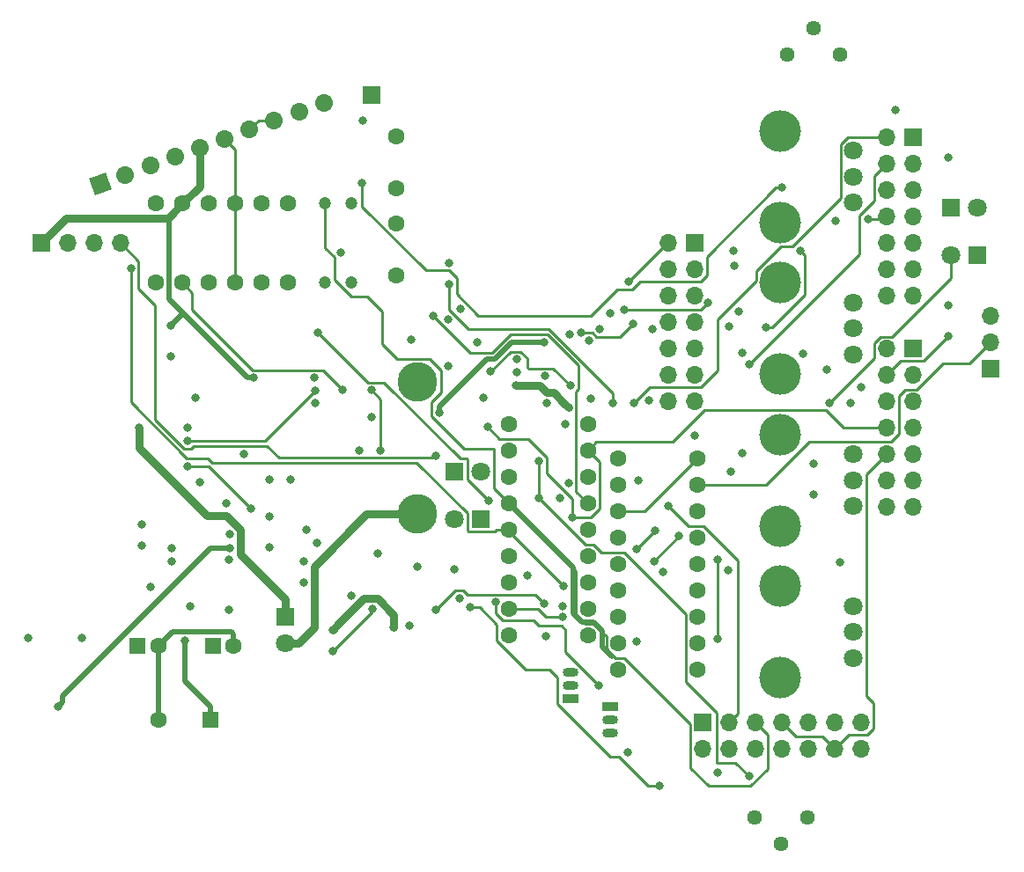
<source format=gbr>
G04 #@! TF.GenerationSoftware,KiCad,Pcbnew,(5.0.0)*
G04 #@! TF.CreationDate,2018-10-02T15:30:55-05:00*
G04 #@! TF.ProjectId,FinalDistCircuit,46696E616C4469737443697263756974,rev?*
G04 #@! TF.SameCoordinates,Original*
G04 #@! TF.FileFunction,Copper,L2,Inr,Signal*
G04 #@! TF.FilePolarity,Positive*
%FSLAX46Y46*%
G04 Gerber Fmt 4.6, Leading zero omitted, Abs format (unit mm)*
G04 Created by KiCad (PCBNEW (5.0.0)) date 10/02/18 15:30:55*
%MOMM*%
%LPD*%
G01*
G04 APERTURE LIST*
G04 #@! TA.AperFunction,WasherPad*
%ADD10C,4.000000*%
G04 #@! TD*
G04 #@! TA.AperFunction,ViaPad*
%ADD11C,1.800000*%
G04 #@! TD*
G04 #@! TA.AperFunction,ViaPad*
%ADD12R,1.600000X1.600000*%
G04 #@! TD*
G04 #@! TA.AperFunction,ViaPad*
%ADD13C,1.600000*%
G04 #@! TD*
G04 #@! TA.AperFunction,ViaPad*
%ADD14C,3.810000*%
G04 #@! TD*
G04 #@! TA.AperFunction,ViaPad*
%ADD15O,1.700000X1.700000*%
G04 #@! TD*
G04 #@! TA.AperFunction,ViaPad*
%ADD16R,1.700000X1.700000*%
G04 #@! TD*
G04 #@! TA.AperFunction,ViaPad*
%ADD17C,1.700000*%
G04 #@! TD*
G04 #@! TA.AperFunction,Conductor*
%ADD18C,1.700000*%
G04 #@! TD*
G04 #@! TA.AperFunction,Conductor*
%ADD19C,0.100000*%
G04 #@! TD*
G04 #@! TA.AperFunction,ViaPad*
%ADD20C,1.440000*%
G04 #@! TD*
G04 #@! TA.AperFunction,ViaPad*
%ADD21R,1.800000X1.800000*%
G04 #@! TD*
G04 #@! TA.AperFunction,ViaPad*
%ADD22O,1.500000X0.900000*%
G04 #@! TD*
G04 #@! TA.AperFunction,ViaPad*
%ADD23R,1.500000X0.900000*%
G04 #@! TD*
G04 #@! TA.AperFunction,ViaPad*
%ADD24C,1.200000*%
G04 #@! TD*
G04 #@! TA.AperFunction,ViaPad*
%ADD25C,0.800000*%
G04 #@! TD*
G04 #@! TA.AperFunction,Conductor*
%ADD26C,0.250000*%
G04 #@! TD*
G04 #@! TA.AperFunction,Conductor*
%ADD27C,0.500000*%
G04 #@! TD*
G04 #@! TA.AperFunction,Conductor*
%ADD28C,0.750000*%
G04 #@! TD*
G04 APERTURE END LIST*
D10*
G04 #@! TO.N,*
G04 #@! TO.C,BASS*
X118730000Y-161930000D03*
X118730000Y-170730000D03*
D11*
G04 #@! TO.N,BRGRN2*
X125730000Y-163830000D03*
X125730000Y-166330000D03*
G04 #@! TO.N,Net-(BASS1-Pad3)*
X125730000Y-168830000D03*
G04 #@! TD*
D12*
G04 #@! TO.N,Net-(C10-Pad1)*
G04 #@! TO.C,C10*
X63881000Y-174752000D03*
D13*
G04 #@! TO.N,BRGRN2*
X58881000Y-174752000D03*
G04 #@! TD*
D14*
G04 #@! TO.N,Net-(9V1-Pad1)*
G04 #@! TO.C,9V1*
X83819999Y-154940000D03*
G04 #@! TO.N,PWRGND*
X83820000Y-142239999D03*
G04 #@! TD*
D15*
G04 #@! TO.N,BRGRN2*
G04 #@! TO.C,Jack1*
X138938000Y-135890000D03*
G04 #@! TO.N,FinalOut*
X138938000Y-138430000D03*
D16*
G04 #@! TO.N,PWRGND*
X138938000Y-140970000D03*
G04 #@! TD*
D17*
G04 #@! TO.N,BRGRN2*
G04 #@! TO.C,PickupInputs1*
X74821373Y-115371420D03*
D18*
X74821373Y-115371420D02*
X74821373Y-115371420D01*
D17*
G04 #@! TO.N,NGRN*
X72434554Y-116240151D03*
D18*
X72434554Y-116240151D02*
X72434554Y-116240151D01*
D17*
G04 #@! TO.N,NBLACK*
X70047735Y-117108882D03*
D18*
X70047735Y-117108882D02*
X70047735Y-117108882D01*
D17*
X67660916Y-117977613D03*
D18*
X67660916Y-117977613D02*
X67660916Y-117977613D01*
D17*
G04 #@! TO.N,NGRN*
X65274096Y-118846344D03*
D18*
X65274096Y-118846344D02*
X65274096Y-118846344D01*
D17*
G04 #@! TO.N,BRGRN2*
X62887277Y-119715075D03*
D18*
X62887277Y-119715075D02*
X62887277Y-119715075D01*
D17*
G04 #@! TO.N,BRGRN*
X60500458Y-120583807D03*
D18*
X60500458Y-120583807D02*
X60500458Y-120583807D01*
D17*
G04 #@! TO.N,BRWHT*
X58113639Y-121452538D03*
D18*
X58113639Y-121452538D02*
X58113639Y-121452538D01*
D17*
G04 #@! TO.N,BRBLACK*
X55726819Y-122321269D03*
D18*
X55726819Y-122321269D02*
X55726819Y-122321269D01*
D17*
G04 #@! TO.N,BRRED*
X53340000Y-123190000D03*
D19*
G36*
X54429456Y-123698022D02*
X52831978Y-124279456D01*
X52250544Y-122681978D01*
X53848022Y-122100544D01*
X54429456Y-123698022D01*
X54429456Y-123698022D01*
G37*
G04 #@! TD*
D16*
G04 #@! TO.N,GAINPOTOUT*
G04 #@! TO.C,BridgeTonePot1*
X131445000Y-118745000D03*
D15*
X128905000Y-118745000D03*
G04 #@! TO.N,BRTONEGANG2IN*
X131445000Y-121285000D03*
G04 #@! TO.N,BRTONEGANG1OUT*
X128905000Y-121285000D03*
G04 #@! TO.N,BTONEIN*
X131445000Y-123825000D03*
G04 #@! TO.N,BRTONEGANG1IN*
X128905000Y-123825000D03*
G04 #@! TO.N,BRGRN2*
X131445000Y-126365000D03*
G04 #@! TO.N,BRBLACK*
X128905000Y-126365000D03*
G04 #@! TO.N,Net-(BridgeTonePot1-Pad12)*
X131445000Y-128905000D03*
G04 #@! TO.N,Net-(BridgeTonePot1-Pad10)*
X128905000Y-128905000D03*
G04 #@! TO.N,BRWHT*
X131445000Y-131445000D03*
G04 #@! TO.N,Net-(BridgeTonePot1-Pad12)*
X128905000Y-131445000D03*
G04 #@! TO.N,BRGRN2*
X131445000Y-133985000D03*
G04 #@! TO.N,Net-(BridgeTonePot1-Pad14)*
X128905000Y-133985000D03*
G04 #@! TD*
G04 #@! TO.N,Net-(NeckTonePot1-Pad14)*
G04 #@! TO.C,NeckTonePot1*
X128905000Y-154305000D03*
G04 #@! TO.N,BRGRN2*
X131445000Y-154305000D03*
G04 #@! TO.N,Net-(NeckTonePot1-Pad12)*
X128905000Y-151765000D03*
G04 #@! TO.N,NBLACK*
X131445000Y-151765000D03*
G04 #@! TO.N,Net-(BridgeVolPot1-Pad8)*
X128905000Y-149225000D03*
G04 #@! TO.N,Net-(BridgeTonePot1-Pad10)*
X131445000Y-149225000D03*
G04 #@! TO.N,BRRED2*
X128905000Y-146685000D03*
G04 #@! TO.N,Net-(NeckTonePot1-Pad7)*
X131445000Y-146685000D03*
G04 #@! TO.N,Net-(NeckTonePot1-Pad6)*
X128905000Y-144145000D03*
G04 #@! TO.N,NTONEIN*
X131445000Y-144145000D03*
G04 #@! TO.N,Net-(C27-Pad1)*
X128905000Y-141605000D03*
G04 #@! TO.N,PRESOUT*
X131445000Y-141605000D03*
X128905000Y-139065000D03*
D16*
G04 #@! TO.N,PRESIN*
X131445000Y-139065000D03*
G04 #@! TD*
D13*
G04 #@! TO.N,Net-(6pdt2-Pad18)*
G04 #@! TO.C,6pdt2*
X110744000Y-169926000D03*
G04 #@! TO.N,Net-(6pdt2-Pad17)*
X103124000Y-169926000D03*
G04 #@! TO.N,Net-(6pdt2-Pad16)*
X110744000Y-167386000D03*
G04 #@! TO.N,Net-(6pdt2-Pad15)*
X103124000Y-167386000D03*
G04 #@! TO.N,Net-(6pdt2-Pad14)*
X110744000Y-164846000D03*
G04 #@! TO.N,Net-(6pdt2-Pad13)*
X103124000Y-164846000D03*
G04 #@! TO.N,GAINSTAGEPOTIN*
X110744000Y-162306000D03*
G04 #@! TO.N,BRTONEGANG2IN*
X103124000Y-162306000D03*
G04 #@! TO.N,BRTONEGANG1IN*
X110744000Y-159766000D03*
G04 #@! TO.N,BRTONEGANG1OUT*
X103124000Y-159766000D03*
G04 #@! TO.N,Net-(6pdt2-Pad8)*
X110744000Y-157226000D03*
G04 #@! TO.N,BRTONECAPIN*
X103124000Y-157226000D03*
G04 #@! TO.N,ODout*
X110744000Y-154686000D03*
G04 #@! TO.N,OUT*
X103124000Y-154686000D03*
G04 #@! TO.N,FinalOut*
X110744000Y-152146000D03*
G04 #@! TO.N,ODin*
X103124000Y-152146000D03*
G04 #@! TO.N,OUT*
X110744000Y-149606000D03*
G04 #@! TO.N,BRGRN2*
X103124000Y-149606000D03*
G04 #@! TD*
D20*
G04 #@! TO.N,Net-(R13-Pad1)*
G04 #@! TO.C,TRANGAIN1*
X121285000Y-184150000D03*
G04 #@! TO.N,Net-(C8-Pad1)*
X118745000Y-186690000D03*
X116205000Y-184150000D03*
G04 #@! TD*
D15*
G04 #@! TO.N,BROUT*
G04 #@! TO.C,3WaySwitch1*
X55245000Y-128905000D03*
G04 #@! TO.N,OUT*
X52705000Y-128905000D03*
G04 #@! TO.N,NOUT*
X50165000Y-128905000D03*
D16*
G04 #@! TO.N,BRGRN2*
X47625000Y-128905000D03*
G04 #@! TD*
D13*
G04 #@! TO.N,BRRED*
G04 #@! TO.C,4pdt1*
X58674000Y-132715000D03*
G04 #@! TO.N,BRRED2*
X61214000Y-132715000D03*
G04 #@! TO.N,BRGRN*
X63754000Y-132715000D03*
G04 #@! TO.N,NGRN*
X66294000Y-132715000D03*
G04 #@! TO.N,NRED2*
X68834000Y-132715000D03*
G04 #@! TO.N,Net-(4pdt1-Pad6)*
X71374000Y-132715000D03*
X71374000Y-125095000D03*
G04 #@! TO.N,NGRN2*
X68834000Y-125095000D03*
G04 #@! TO.N,NGRN*
X66294000Y-125095000D03*
G04 #@! TO.N,BRRED*
X63754000Y-125095000D03*
G04 #@! TO.N,BRGRN2*
X61214000Y-125095000D03*
G04 #@! TO.N,BRGRN*
X58674000Y-125095000D03*
G04 #@! TD*
G04 #@! TO.N,BVOUTTRAD*
G04 #@! TO.C,6pdt1*
X92583000Y-146304000D03*
G04 #@! TO.N,BVINTRAD*
X100203000Y-146304000D03*
G04 #@! TO.N,BVOUT*
X92583000Y-148844000D03*
G04 #@! TO.N,BRRED2*
X100203000Y-148844000D03*
G04 #@! TO.N,Net-(6pdt1-Pad5)*
X92583000Y-151384000D03*
X100203000Y-151384000D03*
G04 #@! TO.N,NVOUTTRAD*
X92583000Y-153924000D03*
G04 #@! TO.N,NVINTRAD*
X100203000Y-153924000D03*
G04 #@! TO.N,NOUT*
X92583000Y-156464000D03*
G04 #@! TO.N,NTONE*
X100203000Y-156464000D03*
G04 #@! TO.N,Net-(6pdt1-Pad11)*
X92583000Y-159004000D03*
X100203000Y-159004000D03*
G04 #@! TO.N,BRRED2*
X92583000Y-161544000D03*
G04 #@! TO.N,NTONEIN*
X100203000Y-161544000D03*
G04 #@! TO.N,BTONEIN*
X92583000Y-164084000D03*
G04 #@! TO.N,NTONE*
X100203000Y-164084000D03*
G04 #@! TO.N,BRTONEGANG1OUT*
X92583000Y-166624000D03*
G04 #@! TO.N,Net-(6pdt1-Pad18)*
X100203000Y-166624000D03*
G04 #@! TD*
D15*
G04 #@! TO.N,Net-(BridgeVolPot1-Pad14)*
G04 #@! TO.C,BridgeVolPot1*
X107950000Y-144145000D03*
G04 #@! TO.N,BRGRN2*
X110490000Y-144145000D03*
G04 #@! TO.N,BVOUT*
X107950000Y-141605000D03*
G04 #@! TO.N,BROUT*
X110490000Y-141605000D03*
G04 #@! TO.N,NOUT*
X107950000Y-139065000D03*
G04 #@! TO.N,BRGRN2*
X110490000Y-139065000D03*
G04 #@! TO.N,Net-(BridgeVolPot1-Pad8)*
X107950000Y-136525000D03*
G04 #@! TO.N,BVOUT*
X110490000Y-136525000D03*
G04 #@! TO.N,BVINTRAD*
X107950000Y-133985000D03*
G04 #@! TO.N,BVOUTTRAD*
X110490000Y-133985000D03*
G04 #@! TO.N,BRGRN2*
X107950000Y-131445000D03*
G04 #@! TO.N,ODin*
X110490000Y-131445000D03*
G04 #@! TO.N,MASTEROUT*
X107950000Y-128905000D03*
D16*
G04 #@! TO.N,BRGRN2*
X110490000Y-128905000D03*
G04 #@! TD*
D13*
G04 #@! TO.N,Net-(C2-Pad1)*
G04 #@! TO.C,C2*
X81788000Y-118618000D03*
G04 #@! TO.N,BRGRN2*
X81788000Y-123618000D03*
G04 #@! TD*
G04 #@! TO.N,Net-(C6-Pad2)*
G04 #@! TO.C,C6*
X81788000Y-132000000D03*
G04 #@! TO.N,GAINSTAGEPOTIN*
X81788000Y-127000000D03*
G04 #@! TD*
D12*
G04 #@! TO.N,Net-(C14-Pad1)*
G04 #@! TO.C,C14*
X64135000Y-167640000D03*
D13*
G04 #@! TO.N,BRGRN2*
X66135000Y-167640000D03*
G04 #@! TD*
G04 #@! TO.N,BRGRN2*
G04 #@! TO.C,C19*
X58896000Y-167640000D03*
D12*
G04 #@! TO.N,Net-(C19-Pad1)*
X56896000Y-167640000D03*
G04 #@! TD*
D21*
G04 #@! TO.N,GAINPOTOUT*
G04 #@! TO.C,D1*
X87376000Y-150876000D03*
D11*
G04 #@! TO.N,GAINSTAGEPOTIN*
X89916000Y-150876000D03*
G04 #@! TD*
G04 #@! TO.N,GAINPOTOUT*
G04 #@! TO.C,D2*
X87376000Y-155448000D03*
D21*
G04 #@! TO.N,GAINSTAGEPOTIN*
X89916000Y-155448000D03*
G04 #@! TD*
G04 #@! TO.N,Net-(D3-Pad1)*
G04 #@! TO.C,D3*
X71120000Y-164846000D03*
D11*
G04 #@! TO.N,Net-(9V1-Pad1)*
X71120000Y-167386000D03*
G04 #@! TD*
D21*
G04 #@! TO.N,Net-(C13-Pad1)*
G04 #@! TO.C,D4*
X135128000Y-125476000D03*
D11*
G04 #@! TO.N,Vref2*
X137668000Y-125476000D03*
G04 #@! TD*
G04 #@! TO.N,Net-(C13-Pad1)*
G04 #@! TO.C,D5*
X135128000Y-130048000D03*
D21*
G04 #@! TO.N,Vref2*
X137668000Y-130048000D03*
G04 #@! TD*
D16*
G04 #@! TO.N,BRGRN2*
G04 #@! TO.C,GROUNDBRIDGE1*
X79375000Y-114681000D03*
G04 #@! TD*
G04 #@! TO.N,ODMIDGND*
G04 #@! TO.C,NeckVolumePot1*
X111252000Y-175006000D03*
D15*
G04 #@! TO.N,ODMIDOUT*
X111252000Y-177546000D03*
G04 #@! TO.N,ODMIDIN*
X113792000Y-175006000D03*
G04 #@! TO.N,Net-(BridgeVolPot1-Pad8)*
X113792000Y-177546000D03*
G04 #@! TO.N,NVOUTTRAD*
X116332000Y-175006000D03*
G04 #@! TO.N,NVINTRAD*
X116332000Y-177546000D03*
G04 #@! TO.N,Net-(BridgeVolPot1-Pad8)*
X118872000Y-175006000D03*
G04 #@! TO.N,NRED2*
X118872000Y-177546000D03*
G04 #@! TO.N,NTONE*
X121412000Y-175006000D03*
X121412000Y-177546000D03*
G04 #@! TO.N,NGRN2*
X123952000Y-175006000D03*
G04 #@! TO.N,Net-(BridgeVolPot1-Pad8)*
X123952000Y-177546000D03*
G04 #@! TO.N,BRGRN2*
X126492000Y-175006000D03*
G04 #@! TO.N,Net-(NeckVolumePot1-Pad14)*
X126492000Y-177546000D03*
G04 #@! TD*
D22*
G04 #@! TO.N,Net-(Q1-Pad2)*
G04 #@! TO.C,Q1*
X98552000Y-171450000D03*
G04 #@! TO.N,Net-(C8-Pad2)*
X98552000Y-170180000D03*
D23*
G04 #@! TO.N,Net-(C8-Pad1)*
X98552000Y-172720000D03*
G04 #@! TD*
G04 #@! TO.N,Net-(C8-Pad2)*
G04 #@! TO.C,Q2*
X102362000Y-173482000D03*
D22*
G04 #@! TO.N,Net-(C8-Pad1)*
X102362000Y-176022000D03*
G04 #@! TO.N,Net-(Q2-Pad2)*
X102362000Y-174752000D03*
G04 #@! TD*
D20*
G04 #@! TO.N,Net-(C12-Pad2)*
G04 #@! TO.C,RANGE1*
X124460000Y-110744000D03*
G04 #@! TO.N,PRESIN*
X121920000Y-108204000D03*
X119380000Y-110744000D03*
G04 #@! TD*
D10*
G04 #@! TO.N,*
G04 #@! TO.C,TIGHT*
X118730000Y-132720000D03*
X118730000Y-141520000D03*
D11*
G04 #@! TO.N,Vref*
X125730000Y-134620000D03*
X125730000Y-137120000D03*
G04 #@! TO.N,Net-(R7-Pad2)*
X125730000Y-139620000D03*
G04 #@! TD*
D24*
G04 #@! TO.N,Net-(C25-Pad1)*
G04 #@! TO.C,TRBLD1*
X77470000Y-132715000D03*
G04 #@! TO.N,BVINTRAD*
X77470000Y-125095000D03*
G04 #@! TO.N,Net-(C26-Pad2)*
X74930000Y-132715000D03*
G04 #@! TO.N,NVOUTTRAD*
X74930000Y-125095000D03*
G04 #@! TD*
D11*
G04 #@! TO.N,Net-(C13-Pad1)*
G04 #@! TO.C,TREBLE*
X125730000Y-154225000D03*
G04 #@! TO.N,Net-(TREBLE1-Pad2)*
X125730000Y-151725000D03*
G04 #@! TO.N,Net-(C16-Pad1)*
X125730000Y-149225000D03*
D10*
G04 #@! TO.N,*
X118730000Y-156125000D03*
X118730000Y-147325000D03*
G04 #@! TD*
D11*
G04 #@! TO.N,Net-(R27-Pad1)*
G04 #@! TO.C,VOL*
X125730000Y-125015000D03*
G04 #@! TO.N,Net-(R29-Pad1)*
X125730000Y-122515000D03*
G04 #@! TO.N,Vref2*
X125730000Y-120015000D03*
D10*
G04 #@! TO.N,*
X118730000Y-126915000D03*
X118730000Y-118115000D03*
G04 #@! TD*
D25*
G04 #@! TO.N,BROUT*
X85598000Y-149352000D03*
X96266000Y-144272000D03*
G04 #@! TO.N,OUT*
X74257372Y-137521371D03*
X90663998Y-153670000D03*
G04 #@! TO.N,NOUT*
X97902989Y-161925000D03*
X56261000Y-131318000D03*
X106107001Y-144018000D03*
G04 #@! TO.N,BRGRN2*
X68072000Y-141859000D03*
X73914000Y-141859000D03*
X93312000Y-142621000D03*
X98352999Y-144735919D03*
X134874000Y-134874000D03*
X121920000Y-153125500D03*
X105029000Y-151765000D03*
X75692000Y-166098000D03*
X81534000Y-165862000D03*
X114300000Y-131064000D03*
X60071000Y-136852000D03*
G04 #@! TO.N,BRRED2*
X98679000Y-155321000D03*
X90551000Y-146594811D03*
X76581000Y-143002000D03*
G04 #@! TO.N,NRED2*
X87884000Y-163068000D03*
G04 #@! TO.N,NGRN2*
X88900000Y-163957000D03*
X107061000Y-181102000D03*
G04 #@! TO.N,BVOUTTRAD*
X76454000Y-129794000D03*
G04 #@! TO.N,BVINTRAD*
X106410510Y-137164999D03*
G04 #@! TO.N,BVOUT*
X113792000Y-136906000D03*
X100457000Y-143891000D03*
G04 #@! TO.N,Net-(6pdt1-Pad5)*
X98351682Y-152008852D03*
G04 #@! TO.N,NVINTRAD*
X85344000Y-135890000D03*
X83185000Y-138176000D03*
G04 #@! TO.N,NTONE*
X104902000Y-167259000D03*
G04 #@! TO.N,NTONEIN*
X107442000Y-160528000D03*
X124460000Y-159639000D03*
G04 #@! TO.N,BTONEIN*
X97753000Y-164846000D03*
G04 #@! TO.N,BRTONEGANG1OUT*
X97794583Y-163846863D03*
X96139000Y-166751000D03*
X106553000Y-159512000D03*
X108966000Y-157099000D03*
X113919000Y-150876000D03*
X115697000Y-140589000D03*
G04 #@! TO.N,GAINSTAGEPOTIN*
X98007500Y-146304000D03*
G04 #@! TO.N,BRTONEGANG2IN*
X113665000Y-160401000D03*
X120904000Y-139573000D03*
G04 #@! TO.N,ODout*
X83058000Y-165700010D03*
X104013000Y-177927000D03*
X112649000Y-179832000D03*
X112649000Y-167005000D03*
X112649000Y-159385000D03*
G04 #@! TO.N,ODin*
X110490000Y-147447000D03*
X117333970Y-137028276D03*
X120652681Y-129669999D03*
X114173000Y-129667000D03*
G04 #@! TO.N,Net-(BASS1-Pad3)*
X46422000Y-166878000D03*
X85598000Y-164211000D03*
X96012000Y-163576000D03*
G04 #@! TO.N,BRWHT*
X118872000Y-123571000D03*
X78486000Y-123129409D03*
G04 #@! TO.N,BRBLACK*
X127127000Y-126619000D03*
X78598998Y-117094000D03*
G04 #@! TO.N,GAINPOTOUT*
X104657000Y-144272000D03*
G04 #@! TO.N,MASTEROUT*
X104140000Y-132597000D03*
G04 #@! TO.N,Net-(BridgeVolPot1-Pad8)*
X114681000Y-135455999D03*
G04 #@! TO.N,Net-(C1-Pad1)*
X102362000Y-135636000D03*
G04 #@! TO.N,Net-(C2-Pad1)*
X93345000Y-141351000D03*
X98460207Y-137716606D03*
G04 #@! TO.N,Net-(C3-Pad1)*
X89535000Y-138430000D03*
G04 #@! TO.N,Net-(C3-Pad2)*
X96075347Y-141668347D03*
G04 #@! TO.N,Net-(C4-Pad1)*
X90854762Y-141273762D03*
X98552000Y-142621000D03*
G04 #@! TO.N,Net-(C5-Pad1)*
X86868000Y-130810000D03*
X90170000Y-143764000D03*
X86741000Y-140716000D03*
X86745653Y-136266347D03*
G04 #@! TO.N,Net-(C6-Pad2)*
X102607000Y-144272000D03*
X86868000Y-132842000D03*
G04 #@! TO.N,Net-(C8-Pad1)*
X78223000Y-148844000D03*
G04 #@! TO.N,Net-(C8-Pad2)*
X97545000Y-153416000D03*
G04 #@! TO.N,Net-(C10-Pad1)*
X61689000Y-146685000D03*
X79408000Y-145669000D03*
X85908219Y-145195000D03*
X96012000Y-138430000D03*
X61468000Y-167132000D03*
X65692000Y-159385000D03*
X65405000Y-153924000D03*
X62897010Y-151892000D03*
G04 #@! TO.N,Net-(C12-Pad2)*
X115062000Y-139446000D03*
G04 #@! TO.N,PRESIN*
X126440589Y-142780001D03*
G04 #@! TO.N,Net-(C13-Pad1)*
X123435000Y-144272000D03*
G04 #@! TO.N,Net-(C14-Pad1)*
X57277000Y-157997000D03*
G04 #@! TO.N,Net-(C16-Pad1)*
X121920000Y-150150500D03*
G04 #@! TO.N,Net-(C17-Pad2)*
X60198000Y-158242000D03*
X71628000Y-151638000D03*
X69596000Y-155194000D03*
G04 #@! TO.N,Net-(C17-Pad1)*
X60198000Y-159512000D03*
X83820000Y-160020000D03*
X73152000Y-156473000D03*
X69596000Y-158205500D03*
G04 #@! TO.N,Net-(C18-Pad1)*
X51562000Y-166878000D03*
X69587000Y-151638000D03*
G04 #@! TO.N,Net-(C19-Pad1)*
X62484000Y-143773000D03*
X60071000Y-139827000D03*
X58171000Y-161979347D03*
X61976000Y-163839000D03*
G04 #@! TO.N,ODMIDIN*
X49276000Y-173482000D03*
X72898000Y-161544000D03*
X65786000Y-158242000D03*
X107950000Y-154178000D03*
G04 #@! TO.N,Net-(C21-Pad2)*
X72898000Y-159512000D03*
X65786000Y-156925001D03*
G04 #@! TO.N,Net-(C22-Pad1)*
X77479000Y-162814000D03*
G04 #@! TO.N,Net-(C23-Pad1)*
X79502000Y-164084000D03*
X75692000Y-168148000D03*
G04 #@! TO.N,Net-(C27-Pad1)*
X134874000Y-137849000D03*
G04 #@! TO.N,Net-(D3-Pad1)*
X57014000Y-146685000D03*
G04 #@! TO.N,Vref2*
X61689000Y-147955000D03*
X74008000Y-143129000D03*
X134865000Y-120650000D03*
G04 #@! TO.N,PRESOUT*
X125485000Y-144272000D03*
X129794000Y-116078000D03*
G04 #@! TO.N,ODMIDOUT*
X91313000Y-163449000D03*
X101249999Y-171450000D03*
G04 #@! TO.N,Vref*
X101373058Y-137164999D03*
X100330000Y-138303000D03*
X111791116Y-134624999D03*
X103725846Y-135348846D03*
G04 #@! TO.N,Net-(R15-Pad2)*
X93345000Y-140081000D03*
X104521000Y-136652000D03*
X99568000Y-137541000D03*
G04 #@! TO.N,Net-(R7-Pad2)*
X87924558Y-135214442D03*
G04 #@! TO.N,Net-(R13-Pad1)*
X95504000Y-153416000D03*
X95504000Y-149860000D03*
X74008000Y-144318999D03*
X115697000Y-180213000D03*
G04 #@! TO.N,Net-(R17-Pad1)*
X80273000Y-148844000D03*
X79408000Y-143048999D03*
G04 #@! TO.N,Net-(R22-Pad1)*
X67089000Y-149225000D03*
X57277000Y-155947000D03*
G04 #@! TO.N,Net-(R27-Pad1)*
X123190000Y-141097000D03*
X115062000Y-149098000D03*
X106680000Y-156591000D03*
X104902000Y-158369000D03*
X94361000Y-160909000D03*
X123999000Y-126746000D03*
G04 #@! TO.N,Net-(R28-Pad1)*
X61722000Y-150368000D03*
X65659000Y-164211000D03*
X67818153Y-154432153D03*
G04 #@! TO.N,Net-(R29-Pad1)*
X87367000Y-160274000D03*
G04 #@! TO.N,Net-(R30-Pad2)*
X80010000Y-158750000D03*
X74149001Y-157715001D03*
G04 #@! TD*
D26*
G04 #@! TO.N,BROUT*
X70532391Y-149569001D02*
X85380999Y-149569001D01*
X85380999Y-149569001D02*
X85598000Y-149352000D01*
X69368400Y-148405010D02*
X70532391Y-149569001D01*
X62311992Y-148405010D02*
X69368400Y-148405010D01*
X55245000Y-128905000D02*
X56986001Y-130646001D01*
X62037001Y-148680001D02*
X62311992Y-148405010D01*
X56986001Y-130646001D02*
X56986001Y-133295002D01*
X56986001Y-133295002D02*
X58564999Y-134874000D01*
X58564999Y-134874000D02*
X58564999Y-145904001D01*
X58564999Y-145904001D02*
X61340999Y-148680001D01*
X61340999Y-148680001D02*
X62037001Y-148680001D01*
G04 #@! TO.N,OUT*
X79059999Y-142323998D02*
X80603597Y-142323998D01*
X88601001Y-149715999D02*
X88601001Y-151607003D01*
X88536001Y-149650999D02*
X88601001Y-149715999D01*
X80603597Y-142323998D02*
X87930598Y-149650999D01*
X74257372Y-137521371D02*
X79059999Y-142323998D01*
X87930598Y-149650999D02*
X88536001Y-149650999D01*
X88601001Y-151607003D02*
X90663998Y-153670000D01*
X105664000Y-154686000D02*
X110744000Y-149606000D01*
X103124000Y-154686000D02*
X105664000Y-154686000D01*
G04 #@! TO.N,NOUT*
X92583000Y-156605011D02*
X92583000Y-156464000D01*
X97902989Y-161925000D02*
X92583000Y-156605011D01*
X56261000Y-144236412D02*
X56261000Y-142748000D01*
X61667587Y-149642999D02*
X56261000Y-144236412D01*
X63665409Y-149642999D02*
X61667587Y-149642999D01*
X83760013Y-150019011D02*
X64041421Y-150019011D01*
X88601001Y-156546001D02*
X88601001Y-154859999D01*
X64041421Y-150019011D02*
X63665409Y-149642999D01*
X91242629Y-156673001D02*
X88728001Y-156673001D01*
X91451630Y-156464000D02*
X91242629Y-156673001D01*
X88601001Y-154859999D02*
X83760013Y-150019011D01*
X88728001Y-156673001D02*
X88601001Y-156546001D01*
X92583000Y-156464000D02*
X91451630Y-156464000D01*
X56261000Y-142748000D02*
X56261000Y-131318000D01*
G04 #@! TO.N,BRGRN2*
X81534000Y-165862000D02*
X81534000Y-165880000D01*
D27*
X58881000Y-167655000D02*
X58896000Y-167640000D01*
X58881000Y-174752000D02*
X58881000Y-167655000D01*
X66135000Y-166508630D02*
X66135000Y-167640000D01*
X65908369Y-166281999D02*
X66135000Y-166508630D01*
X60254001Y-166281999D02*
X65908369Y-166281999D01*
X58896000Y-167640000D02*
X60254001Y-166281999D01*
D28*
X62887277Y-123421723D02*
X62887277Y-119715075D01*
X61214000Y-125095000D02*
X62887277Y-123421723D01*
D27*
X67506315Y-141859000D02*
X68072000Y-141859000D01*
X59924001Y-126384999D02*
X59924001Y-134276686D01*
X61214000Y-125095000D02*
X59924001Y-126384999D01*
X59924001Y-134276686D02*
X61283315Y-135636000D01*
X61283315Y-135636000D02*
X67506315Y-141859000D01*
D26*
X61104999Y-135818001D02*
X60071000Y-136852000D01*
D27*
X60071000Y-136852000D02*
X61283315Y-135639685D01*
X61283315Y-135639685D02*
X61283315Y-135636000D01*
D28*
X50059999Y-126470001D02*
X47625000Y-128905000D01*
X59838999Y-126470001D02*
X50059999Y-126470001D01*
X61214000Y-125095000D02*
X59838999Y-126470001D01*
X97953000Y-144335920D02*
X98352999Y-144735919D01*
X96914079Y-143296999D02*
X97953000Y-144335920D01*
X96260997Y-143296999D02*
X96914079Y-143296999D01*
X95584998Y-142621000D02*
X96260997Y-143296999D01*
X93312000Y-142621000D02*
X95584998Y-142621000D01*
X76315372Y-165474628D02*
X75692000Y-166098000D01*
X78681001Y-163108999D02*
X76315372Y-165474628D01*
X79970001Y-163108999D02*
X78681001Y-163108999D01*
X81534000Y-164672998D02*
X79970001Y-163108999D01*
X81534000Y-165862000D02*
X81534000Y-164672998D01*
D26*
G04 #@! TO.N,BRRED2*
X100471002Y-155321000D02*
X98679000Y-155321000D01*
X101328001Y-154464001D02*
X100471002Y-155321000D01*
X100203000Y-148844000D02*
X101328001Y-149969001D01*
X101328001Y-149969001D02*
X101328001Y-154464001D01*
X91675188Y-147718999D02*
X90551000Y-146594811D01*
X94438829Y-147718999D02*
X91675188Y-147718999D01*
X101002999Y-148044001D02*
X100203000Y-148844000D01*
X108330001Y-148044001D02*
X101002999Y-148044001D01*
X111374003Y-144999999D02*
X108330001Y-148044001D01*
X123089997Y-144999999D02*
X111374003Y-144999999D01*
X124774998Y-146685000D02*
X123089997Y-144999999D01*
X128905000Y-146685000D02*
X124774998Y-146685000D01*
X98679000Y-154755315D02*
X98679000Y-155321000D01*
X98679000Y-153476998D02*
X98679000Y-154755315D01*
X96229001Y-151026999D02*
X98679000Y-153476998D01*
X96229001Y-149509171D02*
X96229001Y-151026999D01*
X94438829Y-147718999D02*
X96229001Y-149509171D01*
X62167205Y-133668205D02*
X61214000Y-132715000D01*
X62167205Y-135317795D02*
X62167205Y-133668205D01*
X67983409Y-141133999D02*
X62167205Y-135317795D01*
X74712999Y-141133999D02*
X67983409Y-141133999D01*
X76581000Y-143002000D02*
X74712999Y-141133999D01*
G04 #@! TO.N,NGRN*
X66294000Y-119866248D02*
X65274096Y-118846344D01*
X66294000Y-125095000D02*
X66294000Y-119866248D01*
X66294000Y-126226370D02*
X66294000Y-132715000D01*
X66294000Y-125095000D02*
X66294000Y-126226370D01*
G04 #@! TO.N,NGRN2*
X89789000Y-163957000D02*
X91457999Y-165625999D01*
X88900000Y-163957000D02*
X89789000Y-163957000D01*
X91457999Y-165625999D02*
X91457999Y-167164001D01*
X97282000Y-173235002D02*
X97282000Y-170688000D01*
X96520000Y-169926000D02*
X94219998Y-169926000D01*
X97282000Y-170688000D02*
X96520000Y-169926000D01*
X91457999Y-167164001D02*
X94219998Y-169926000D01*
X106495315Y-181102000D02*
X107061000Y-181102000D01*
X105975699Y-181102000D02*
X106495315Y-181102000D01*
X103188701Y-178315002D02*
X105975699Y-181102000D01*
X102362000Y-178315002D02*
X103188701Y-178315002D01*
X102362000Y-178315002D02*
X97282000Y-173235002D01*
G04 #@! TO.N,NVOUTTRAD*
X74930000Y-125943528D02*
X74930000Y-125095000D01*
X74930000Y-129343002D02*
X74930000Y-125943528D01*
X85183218Y-144177183D02*
X86106000Y-143254401D01*
X85183218Y-145543001D02*
X85183218Y-144177183D01*
X88312218Y-148672001D02*
X85183218Y-145543001D01*
X86106000Y-143254401D02*
X86106000Y-141154002D01*
X91141001Y-148672001D02*
X88312218Y-148672001D01*
X91141001Y-152482001D02*
X91141001Y-148672001D01*
X92583000Y-153924000D02*
X91141001Y-152482001D01*
X86106000Y-141154002D02*
X84961996Y-140009998D01*
X84961996Y-140009998D02*
X81843998Y-140009998D01*
X81843998Y-140009998D02*
X80458345Y-138624345D01*
X80458345Y-138624345D02*
X80458345Y-135506347D01*
X80458345Y-135506347D02*
X78994000Y-134042002D01*
X75855001Y-130268003D02*
X74930000Y-129343002D01*
X78994000Y-134042002D02*
X77428000Y-134042002D01*
X77428000Y-134042002D02*
X75855001Y-132469003D01*
X75855001Y-132469003D02*
X75855001Y-130268003D01*
X117181999Y-175855999D02*
X116332000Y-175006000D01*
X117507001Y-179476001D02*
X117507001Y-176181001D01*
X115829482Y-181153520D02*
X117507001Y-179476001D01*
X115443000Y-181153520D02*
X115829482Y-181153520D01*
X117507001Y-176181001D02*
X117181999Y-175855999D01*
X111812518Y-181153520D02*
X115443000Y-181153520D01*
D27*
X98752990Y-164483992D02*
X99622998Y-165354000D01*
X92583000Y-153924000D02*
X98752990Y-160093990D01*
X98752990Y-160093990D02*
X98752990Y-164483992D01*
X100783002Y-165354000D02*
X101600000Y-166170998D01*
X99622998Y-165354000D02*
X100783002Y-165354000D01*
X101600000Y-167712002D02*
X102543998Y-168656000D01*
X101600000Y-166170998D02*
X101600000Y-167712002D01*
D26*
X110076999Y-179418001D02*
X111812518Y-181153520D01*
X99077999Y-160418999D02*
X99077999Y-164609999D01*
X99966999Y-165498999D02*
X100743001Y-165498999D01*
X92583000Y-153924000D02*
X99077999Y-160418999D01*
X101998999Y-167926001D02*
X102873997Y-168800999D01*
X100743001Y-165498999D02*
X101998999Y-166754997D01*
X99077999Y-164609999D02*
X99966999Y-165498999D01*
X102873997Y-168800999D02*
X103673999Y-168800999D01*
X103673999Y-168800999D02*
X110076999Y-175203999D01*
X101998999Y-166754997D02*
X101998999Y-167926001D01*
X110076999Y-175203999D02*
X110076999Y-179418001D01*
G04 #@! TO.N,NVINTRAD*
X88900000Y-139446000D02*
X85344000Y-135890000D01*
X91020809Y-139446000D02*
X88900000Y-139446000D01*
X92761810Y-137704999D02*
X91020809Y-139446000D01*
X100203000Y-153924000D02*
X99077999Y-152798999D01*
X99077999Y-152798999D02*
X99077999Y-143168003D01*
X99077999Y-143168003D02*
X99277001Y-142969001D01*
X99277001Y-142969001D02*
X99277001Y-140621999D01*
X99277001Y-140621999D02*
X96360001Y-137704999D01*
X96360001Y-137704999D02*
X92761810Y-137704999D01*
G04 #@! TO.N,BTONEIN*
X96208998Y-164846000D02*
X97753000Y-164846000D01*
X92583000Y-164084000D02*
X95446998Y-164084000D01*
X95446998Y-164084000D02*
X96208998Y-164846000D01*
G04 #@! TO.N,BRTONEGANG1OUT*
X106553000Y-159512000D02*
X108966000Y-157099000D01*
X126318001Y-126240001D02*
X127729999Y-124828003D01*
X126318001Y-129967999D02*
X126318001Y-126240001D01*
X115697000Y-140589000D02*
X126318001Y-129967999D01*
X127729999Y-122460001D02*
X128905000Y-121285000D01*
X127729999Y-124206000D02*
X127729999Y-122460001D01*
X127729999Y-124206000D02*
X127729999Y-123260999D01*
X127729999Y-124828003D02*
X127729999Y-124206000D01*
G04 #@! TO.N,ODout*
X112649000Y-167005000D02*
X112649000Y-159385000D01*
G04 #@! TO.N,FinalOut*
X111875370Y-152146000D02*
X110744000Y-152146000D01*
X117350002Y-152146000D02*
X111875370Y-152146000D01*
X121496003Y-147999999D02*
X117350002Y-152146000D01*
X129329003Y-147999999D02*
X121496003Y-147999999D01*
X130080001Y-147249001D02*
X129329003Y-147999999D01*
X130080001Y-143580999D02*
X130080001Y-147249001D01*
X130691001Y-142969999D02*
X130080001Y-143580999D01*
X131819003Y-142969999D02*
X130691001Y-142969999D01*
X134327002Y-140462000D02*
X131819003Y-142969999D01*
X136906000Y-140462000D02*
X138938000Y-138430000D01*
X134493000Y-140462000D02*
X136906000Y-140462000D01*
X134493000Y-140462000D02*
X134327002Y-140462000D01*
G04 #@! TO.N,ODin*
X121055001Y-130072319D02*
X120652681Y-129669999D01*
X121055001Y-133872930D02*
X121055001Y-130072319D01*
X117333970Y-137028276D02*
X117899655Y-137028276D01*
X117899655Y-137028276D02*
X121055001Y-133872930D01*
D28*
G04 #@! TO.N,Net-(9V1-Pad1)*
X72392792Y-167386000D02*
X71120000Y-167386000D01*
X73873001Y-165905791D02*
X72392792Y-167386000D01*
X73873001Y-160005016D02*
X73873001Y-165905791D01*
X78938017Y-154940000D02*
X73873001Y-160005016D01*
X83819999Y-154940000D02*
X78938017Y-154940000D01*
D26*
G04 #@! TO.N,Net-(BASS1-Pad3)*
X95155999Y-162719999D02*
X96012000Y-163576000D01*
X88609001Y-162719999D02*
X95155999Y-162719999D01*
X88232001Y-162342999D02*
X88609001Y-162719999D01*
X85598000Y-164211000D02*
X87466001Y-162342999D01*
X87466001Y-162342999D02*
X88232001Y-162342999D01*
G04 #@! TO.N,BRWHT*
X118306315Y-123571000D02*
X118872000Y-123571000D01*
X111665001Y-130212314D02*
X118306315Y-123571000D01*
X111665001Y-132009001D02*
X111665001Y-130212314D01*
X111054001Y-132620001D02*
X111665001Y-132009001D01*
X104488001Y-133322001D02*
X105190001Y-132620001D01*
X103037999Y-133322001D02*
X104488001Y-133322001D01*
X100470000Y-135890000D02*
X103037999Y-133322001D01*
X89673118Y-135890000D02*
X100470000Y-135890000D01*
X78486000Y-123129409D02*
X78486000Y-125363002D01*
X78486000Y-125363002D02*
X84657999Y-131535001D01*
X105190001Y-132620001D02*
X111054001Y-132620001D01*
X84657999Y-131535001D02*
X86831001Y-131535001D01*
X86831001Y-131535001D02*
X87593001Y-132297001D01*
X87593001Y-132297001D02*
X87593001Y-133809883D01*
X87593001Y-133809883D02*
X89673118Y-135890000D01*
G04 #@! TO.N,BRBLACK*
X128651000Y-126619000D02*
X128905000Y-126365000D01*
X127127000Y-126619000D02*
X128651000Y-126619000D01*
G04 #@! TO.N,GAINPOTOUT*
X125186998Y-118745000D02*
X127805000Y-118745000D01*
X124504999Y-119426999D02*
X125186998Y-118745000D01*
X127805000Y-118745000D02*
X128905000Y-118745000D01*
X124504999Y-124581003D02*
X124504999Y-119426999D01*
X118768997Y-129240001D02*
X119846001Y-129240001D01*
X116404999Y-131603999D02*
X118768997Y-129240001D01*
X104657000Y-144272000D02*
X106148999Y-142780001D01*
X106148999Y-142780001D02*
X111054001Y-142780001D01*
X111054001Y-142780001D02*
X112649000Y-141185002D01*
X112649000Y-141185002D02*
X112649000Y-136271000D01*
X119846001Y-129240001D02*
X124504999Y-124581003D01*
X112649000Y-136271000D02*
X116404999Y-132515001D01*
X116404999Y-132515001D02*
X116404999Y-131603999D01*
G04 #@! TO.N,MASTEROUT*
X104140000Y-132597000D02*
X106656999Y-130080001D01*
X107832000Y-128905000D02*
X107950000Y-128905000D01*
X104140000Y-132597000D02*
X107832000Y-128905000D01*
G04 #@! TO.N,Net-(BridgeVolPot1-Pad8)*
X128055001Y-150074999D02*
X128905000Y-149225000D01*
X126955001Y-151174999D02*
X128055001Y-150074999D01*
X123102001Y-176696001D02*
X123952000Y-177546000D01*
X122776999Y-176370999D02*
X123102001Y-176696001D01*
X120236999Y-176370999D02*
X122776999Y-176370999D01*
X118872000Y-175006000D02*
X120236999Y-176370999D01*
X126955001Y-172478699D02*
X126955001Y-172339000D01*
X127667001Y-173190699D02*
X126955001Y-172478699D01*
X127667001Y-175570001D02*
X127667001Y-173190699D01*
X127056001Y-176181001D02*
X127667001Y-175570001D01*
X125316999Y-176181001D02*
X127056001Y-176181001D01*
X123952000Y-177546000D02*
X125316999Y-176181001D01*
X126955001Y-172339000D02*
X126955001Y-151174999D01*
G04 #@! TO.N,Net-(C4-Pad1)*
X96874346Y-140943346D02*
X98552000Y-142621000D01*
X90854762Y-141273762D02*
X92772525Y-139355999D01*
X92772525Y-139355999D02*
X93726000Y-139355999D01*
X93726000Y-139355999D02*
X94361000Y-139990999D01*
X94361000Y-139990999D02*
X94361000Y-140789692D01*
X94361000Y-140789692D02*
X94514654Y-140943346D01*
X94514654Y-140943346D02*
X96874346Y-140943346D01*
G04 #@! TO.N,Net-(C6-Pad2)*
X88712308Y-137160000D02*
X86868000Y-135315692D01*
X96451412Y-137160000D02*
X88712308Y-137160000D01*
X102607000Y-144272000D02*
X102607000Y-143315588D01*
X102607000Y-143315588D02*
X96451412Y-137160000D01*
X86868000Y-134620000D02*
X86868000Y-132842000D01*
X86868000Y-135315692D02*
X86868000Y-134620000D01*
D27*
G04 #@! TO.N,Net-(C10-Pad1)*
X61468000Y-167697685D02*
X61468000Y-167132000D01*
X61468000Y-171039000D02*
X61468000Y-167697685D01*
X63881000Y-173452000D02*
X61468000Y-171039000D01*
X63881000Y-174752000D02*
X63881000Y-173452000D01*
X95446315Y-138430000D02*
X96012000Y-138430000D01*
X92885338Y-138430000D02*
X95446315Y-138430000D01*
X91294328Y-140021010D02*
X92885338Y-138430000D01*
X90516524Y-140021010D02*
X91294328Y-140021010D01*
X85908219Y-144629315D02*
X90516524Y-140021010D01*
X85908219Y-145195000D02*
X85908219Y-144629315D01*
D26*
G04 #@! TO.N,Net-(C13-Pad1)*
X135128000Y-130048000D02*
X135128000Y-132231000D01*
X135128000Y-132231000D02*
X129469001Y-137889999D01*
X129469001Y-137889999D02*
X128340999Y-137889999D01*
X128340999Y-137889999D02*
X127729999Y-138500999D01*
X127729999Y-138500999D02*
X127729999Y-139977001D01*
X127729999Y-139977001D02*
X123435000Y-144272000D01*
G04 #@! TO.N,ODMIDIN*
X109872999Y-156100999D02*
X107950000Y-154178000D01*
X111284001Y-156100999D02*
X109872999Y-156100999D01*
X114641999Y-159458997D02*
X113044002Y-157861000D01*
X114641999Y-174156001D02*
X114641999Y-159458997D01*
X113792000Y-175006000D02*
X114641999Y-174156001D01*
X113044002Y-157861000D02*
X111284001Y-156100999D01*
D27*
X65220315Y-158242000D02*
X65786000Y-158242000D01*
X63883998Y-158242000D02*
X65220315Y-158242000D01*
X49675999Y-172449999D02*
X63883998Y-158242000D01*
X49675999Y-173082001D02*
X49675999Y-172449999D01*
X49276000Y-173482000D02*
X49675999Y-173082001D01*
D26*
G04 #@! TO.N,Net-(C23-Pad1)*
X75692000Y-168148000D02*
X79502000Y-164338000D01*
X79502000Y-164338000D02*
X79502000Y-164084000D01*
G04 #@! TO.N,Net-(C27-Pad1)*
X132482999Y-140240001D02*
X134874000Y-137849000D01*
X130269999Y-140240001D02*
X132482999Y-140240001D01*
X128905000Y-141605000D02*
X130269999Y-140240001D01*
D28*
G04 #@! TO.N,Net-(D3-Pad1)*
X57014000Y-147485000D02*
X57014000Y-146685000D01*
X57014000Y-148627002D02*
X57014000Y-147485000D01*
X63539999Y-155153001D02*
X57014000Y-148627002D01*
X65457002Y-155153001D02*
X63539999Y-155153001D01*
X66761001Y-156457000D02*
X65457002Y-155153001D01*
X66761001Y-158837001D02*
X66761001Y-156457000D01*
X71120000Y-163196000D02*
X66761001Y-158837001D01*
X71120000Y-164846000D02*
X71120000Y-163196000D01*
D26*
G04 #@! TO.N,Vref2*
X61689000Y-147955000D02*
X69182000Y-147955000D01*
X69182000Y-147955000D02*
X74008000Y-143129000D01*
G04 #@! TO.N,NBLACK*
X68529647Y-117108882D02*
X67660916Y-117977613D01*
X70047735Y-117108882D02*
X68529647Y-117108882D01*
G04 #@! TO.N,ODMIDOUT*
X92042999Y-165209001D02*
X95009000Y-165209001D01*
X91313000Y-163449000D02*
X91313000Y-164479002D01*
X91313000Y-164479002D02*
X92042999Y-165209001D01*
X95009000Y-165209001D02*
X95534999Y-165735000D01*
X95534999Y-165735000D02*
X97663000Y-165735000D01*
X97663000Y-165735000D02*
X98044000Y-166116000D01*
X98044000Y-168244001D02*
X101249999Y-171450000D01*
X98044000Y-166116000D02*
X98044000Y-168244001D01*
G04 #@! TO.N,Vref*
X111791116Y-134624999D02*
X111067269Y-135348846D01*
X111067269Y-135348846D02*
X103725846Y-135348846D01*
G04 #@! TO.N,Net-(R15-Pad2)*
X104121001Y-137051999D02*
X104521000Y-136652000D01*
X103283000Y-137890000D02*
X104121001Y-137051999D01*
X101025057Y-137890000D02*
X103283000Y-137890000D01*
X100676057Y-137541000D02*
X101025057Y-137890000D01*
X99568000Y-137541000D02*
X100676057Y-137541000D01*
G04 #@! TO.N,Net-(R13-Pad1)*
X95504000Y-153416000D02*
X95504000Y-149860000D01*
X99966999Y-157878999D02*
X95504000Y-153416000D01*
X101505001Y-158640999D02*
X100743001Y-157878999D01*
X103664001Y-158640999D02*
X101505001Y-158640999D01*
X100743001Y-157878999D02*
X99966999Y-157878999D01*
X109618999Y-171087997D02*
X109618999Y-164595997D01*
X112616999Y-174085997D02*
X109618999Y-171087997D01*
X112616999Y-178913232D02*
X112616999Y-174085997D01*
X114397232Y-178913232D02*
X112616999Y-178913232D01*
X109618999Y-164595997D02*
X103664001Y-158640999D01*
X115697000Y-180213000D02*
X114397232Y-178913232D01*
G04 #@! TO.N,Net-(R17-Pad1)*
X80273000Y-148844000D02*
X80273000Y-143913999D01*
X80273000Y-143913999D02*
X79408000Y-143048999D01*
G04 #@! TO.N,Net-(R27-Pad1)*
X106680000Y-156591000D02*
X104902000Y-158369000D01*
G04 #@! TO.N,Net-(R28-Pad1)*
X63754000Y-150368000D02*
X61722000Y-150368000D01*
X67818153Y-154432153D02*
X63754000Y-150368000D01*
G04 #@! TD*
M02*

</source>
